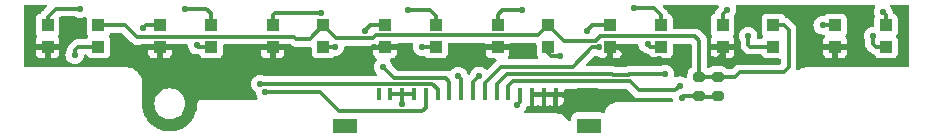
<source format=gbl>
G04 #@! TF.GenerationSoftware,KiCad,Pcbnew,7.0.1*
G04 #@! TF.CreationDate,2024-03-29T16:00:37+01:00*
G04 #@! TF.ProjectId,Qtr-8-SN,5174722d-382d-4534-9e2e-6b696361645f,rev?*
G04 #@! TF.SameCoordinates,Original*
G04 #@! TF.FileFunction,Copper,L2,Bot*
G04 #@! TF.FilePolarity,Positive*
%FSLAX46Y46*%
G04 Gerber Fmt 4.6, Leading zero omitted, Abs format (unit mm)*
G04 Created by KiCad (PCBNEW 7.0.1) date 2024-03-29 16:00:37*
%MOMM*%
%LPD*%
G01*
G04 APERTURE LIST*
G04 Aperture macros list*
%AMRoundRect*
0 Rectangle with rounded corners*
0 $1 Rounding radius*
0 $2 $3 $4 $5 $6 $7 $8 $9 X,Y pos of 4 corners*
0 Add a 4 corners polygon primitive as box body*
4,1,4,$2,$3,$4,$5,$6,$7,$8,$9,$2,$3,0*
0 Add four circle primitives for the rounded corners*
1,1,$1+$1,$2,$3*
1,1,$1+$1,$4,$5*
1,1,$1+$1,$6,$7*
1,1,$1+$1,$8,$9*
0 Add four rect primitives between the rounded corners*
20,1,$1+$1,$2,$3,$4,$5,0*
20,1,$1+$1,$4,$5,$6,$7,0*
20,1,$1+$1,$6,$7,$8,$9,0*
20,1,$1+$1,$8,$9,$2,$3,0*%
G04 Aperture macros list end*
G04 #@! TA.AperFunction,SMDPad,CuDef*
%ADD10R,1.000000X1.000000*%
G04 #@! TD*
G04 #@! TA.AperFunction,SMDPad,CuDef*
%ADD11RoundRect,0.200000X-0.275000X0.200000X-0.275000X-0.200000X0.275000X-0.200000X0.275000X0.200000X0*%
G04 #@! TD*
G04 #@! TA.AperFunction,SMDPad,CuDef*
%ADD12R,0.400000X1.000000*%
G04 #@! TD*
G04 #@! TA.AperFunction,SMDPad,CuDef*
%ADD13R,2.000000X1.300000*%
G04 #@! TD*
G04 #@! TA.AperFunction,ViaPad*
%ADD14C,0.550000*%
G04 #@! TD*
G04 #@! TA.AperFunction,Conductor*
%ADD15C,0.300000*%
G04 #@! TD*
G04 APERTURE END LIST*
D10*
X133448500Y-83110000D03*
X133448500Y-84910000D03*
X137748500Y-84910000D03*
X137748500Y-83110000D03*
X104873500Y-83110000D03*
X104873500Y-84910000D03*
X109173500Y-84910000D03*
X109173500Y-83110000D03*
X95348500Y-83110000D03*
X95348500Y-84910000D03*
X99648500Y-84910000D03*
X99648500Y-83110000D03*
X142973500Y-83110000D03*
X142973500Y-84910000D03*
X147273500Y-84910000D03*
X147273500Y-83110000D03*
D11*
X150500000Y-87460000D03*
X150500000Y-89110000D03*
D12*
X138370000Y-88930000D03*
X137370000Y-88930000D03*
X136370000Y-88930000D03*
X135370000Y-88930000D03*
X134370000Y-88930000D03*
X133370000Y-88930000D03*
X132370000Y-88930000D03*
X131370000Y-88930000D03*
X130370000Y-88930000D03*
X129370000Y-88930000D03*
X128370000Y-88930000D03*
X127370000Y-88930000D03*
X126370000Y-88930000D03*
X125370000Y-88930000D03*
X124370000Y-88930000D03*
X123370000Y-88930000D03*
D13*
X141170000Y-91630000D03*
X120570000Y-91630000D03*
D10*
X152498500Y-83110000D03*
X152498500Y-84910000D03*
X156798500Y-84910000D03*
X156798500Y-83110000D03*
X162023500Y-83110000D03*
X162023500Y-84910000D03*
X166323500Y-84910000D03*
X166323500Y-83110000D03*
X114398500Y-83110000D03*
X114398500Y-84910000D03*
X118698500Y-84910000D03*
X118698500Y-83110000D03*
X123923500Y-83110000D03*
X123923500Y-84910000D03*
X128223500Y-84910000D03*
X128223500Y-83110000D03*
D11*
X152090000Y-87450000D03*
X152090000Y-89100000D03*
D14*
X125370000Y-89765500D03*
X103415000Y-83355000D03*
X140990000Y-83600000D03*
X160970000Y-83110000D03*
X122220000Y-83570000D03*
X142000000Y-86210000D03*
X151570000Y-85950000D03*
X147120000Y-85925500D03*
X139070000Y-88960000D03*
X123020000Y-84930000D03*
X132300000Y-84940000D03*
X143020000Y-88820000D03*
X116610000Y-85160000D03*
X165230000Y-84010000D03*
X154670000Y-84000000D03*
X138750000Y-85710500D03*
X146140000Y-84660000D03*
X119650000Y-84910000D03*
X127070000Y-84910000D03*
X97635000Y-85590000D03*
X108000000Y-84790000D03*
X166070000Y-81970000D03*
X152880000Y-81790000D03*
X145010000Y-81670000D03*
X135500000Y-81820000D03*
X125874500Y-81810000D03*
X118520000Y-82040000D03*
X107000000Y-81690000D03*
X98120000Y-81700000D03*
X149040000Y-89220000D03*
X135117250Y-89837250D03*
X147630000Y-87220500D03*
X148900000Y-88210000D03*
X113755500Y-88760000D03*
X113360000Y-88080000D03*
X123730000Y-86620000D03*
X130131469Y-87378531D03*
X131895000Y-87375000D03*
X141999000Y-84979721D03*
D15*
X103660000Y-83110000D02*
X104873500Y-83110000D01*
X125370000Y-88930000D02*
X126370000Y-88930000D01*
X125370000Y-89765500D02*
X125370000Y-88930000D01*
X142973500Y-83110000D02*
X141480000Y-83110000D01*
X160970000Y-83110000D02*
X162023500Y-83110000D01*
X124370000Y-88930000D02*
X125370000Y-88930000D01*
X122680000Y-83110000D02*
X122220000Y-83570000D01*
X141480000Y-83110000D02*
X140990000Y-83600000D01*
X123923500Y-83110000D02*
X122680000Y-83110000D01*
X103415000Y-83355000D02*
X103660000Y-83110000D01*
X136370000Y-88930000D02*
X137370000Y-88930000D01*
X142973500Y-84910000D02*
X142973500Y-85156500D01*
X151570000Y-85950000D02*
X151560000Y-85940000D01*
X142050000Y-88820000D02*
X141850000Y-88620000D01*
X144650000Y-85950000D02*
X143610000Y-84910000D01*
X152498500Y-84910000D02*
X152498500Y-85501500D01*
X123020000Y-84930000D02*
X123000000Y-84910000D01*
X139920000Y-88960000D02*
X139070000Y-88960000D01*
X143610000Y-84910000D02*
X142973500Y-84910000D01*
X123923500Y-84910000D02*
X123040000Y-84910000D01*
X133448500Y-84910000D02*
X132330000Y-84910000D01*
X147095500Y-85950000D02*
X144650000Y-85950000D01*
X142000000Y-86210000D02*
X142420000Y-86210000D01*
X142420000Y-86210000D02*
X142973500Y-85656500D01*
X140260000Y-88620000D02*
X139920000Y-88960000D01*
X123040000Y-84910000D02*
X123020000Y-84930000D01*
X143020000Y-88820000D02*
X142050000Y-88820000D01*
X152060000Y-85940000D02*
X151570000Y-85950000D01*
X152200000Y-85800000D02*
X152060000Y-85940000D01*
X138370000Y-88930000D02*
X139040000Y-88930000D01*
X152498500Y-85501500D02*
X152200000Y-85800000D01*
X138370000Y-88930000D02*
X137370000Y-88930000D01*
X132300000Y-84940000D02*
X132270000Y-84910000D01*
X141850000Y-88620000D02*
X140260000Y-88620000D01*
X132330000Y-84910000D02*
X132300000Y-84940000D01*
X142973500Y-85656500D02*
X142973500Y-84910000D01*
X147120000Y-85925500D02*
X147095500Y-85950000D01*
X139040000Y-88930000D02*
X139070000Y-88960000D01*
X165230000Y-84690000D02*
X165450000Y-84910000D01*
X165450000Y-84910000D02*
X166323500Y-84910000D01*
X165230000Y-84010000D02*
X165230000Y-84690000D01*
X154840000Y-84910000D02*
X156798500Y-84910000D01*
X154670000Y-84000000D02*
X154670000Y-84740000D01*
X154670000Y-84740000D02*
X154840000Y-84910000D01*
X137748500Y-85478500D02*
X137748500Y-84910000D01*
X137980500Y-85710500D02*
X137748500Y-85478500D01*
X138750000Y-85710500D02*
X137980500Y-85710500D01*
X146140000Y-84660000D02*
X146390000Y-84910000D01*
X146390000Y-84910000D02*
X147273500Y-84910000D01*
X119650000Y-84910000D02*
X118698500Y-84910000D01*
X128223500Y-84910000D02*
X127070000Y-84910000D01*
X97635000Y-85590000D02*
X97635000Y-85225000D01*
X97950000Y-84910000D02*
X99648500Y-84910000D01*
X97635000Y-85225000D02*
X97950000Y-84910000D01*
X108120000Y-84910000D02*
X109173500Y-84910000D01*
X108000000Y-84790000D02*
X108120000Y-84910000D01*
X166070000Y-81970000D02*
X166323500Y-82223500D01*
X166323500Y-82223500D02*
X166323500Y-83110000D01*
X152498500Y-82171500D02*
X152498500Y-83110000D01*
X152880000Y-81790000D02*
X152498500Y-82171500D01*
X136898500Y-83960000D02*
X137748500Y-83110000D01*
X156798500Y-83110000D02*
X157730000Y-83110000D01*
X103020000Y-84060000D02*
X116190000Y-84060000D01*
X122938500Y-84195000D02*
X123173500Y-83960000D01*
X139028500Y-84390000D02*
X141793500Y-84390000D01*
X158080000Y-83460000D02*
X158080000Y-86650000D01*
X150540000Y-84410000D02*
X150540000Y-87490000D01*
X137748500Y-83110000D02*
X139028500Y-84390000D01*
X99648500Y-83110000D02*
X101930000Y-83110000D01*
X157730000Y-83110000D02*
X158080000Y-83460000D01*
X153990000Y-87070000D02*
X153570000Y-87490000D01*
X101930000Y-83110000D02*
X102950000Y-84130000D01*
X142148500Y-84035000D02*
X150165000Y-84035000D01*
X158080000Y-86650000D02*
X157660000Y-87070000D01*
X157660000Y-87070000D02*
X153990000Y-87070000D01*
X123173500Y-83960000D02*
X136898500Y-83960000D01*
X119783500Y-84195000D02*
X122938500Y-84195000D01*
X118698500Y-83110000D02*
X119783500Y-84195000D01*
X116400000Y-84270000D02*
X117538500Y-84270000D01*
X141793500Y-84390000D02*
X142148500Y-84035000D01*
X117538500Y-84270000D02*
X118698500Y-83110000D01*
X153570000Y-87490000D02*
X152100000Y-87490000D01*
X150540000Y-87490000D02*
X152100000Y-87490000D01*
X102950000Y-84130000D02*
X103020000Y-84060000D01*
X116190000Y-84060000D02*
X116400000Y-84270000D01*
X150165000Y-84035000D02*
X150540000Y-84410000D01*
X145010000Y-81670000D02*
X146680000Y-81670000D01*
X146680000Y-81670000D02*
X147273500Y-82263500D01*
X147273500Y-82263500D02*
X147273500Y-83110000D01*
X133448500Y-83110000D02*
X133448500Y-82221500D01*
X133448500Y-82221500D02*
X133850000Y-81820000D01*
X133850000Y-81820000D02*
X135500000Y-81820000D01*
X127720000Y-81810000D02*
X128223500Y-82313500D01*
X125874500Y-81810000D02*
X127720000Y-81810000D01*
X128223500Y-82313500D02*
X128223500Y-83110000D01*
X114580000Y-82040000D02*
X114398500Y-82221500D01*
X114398500Y-82221500D02*
X114398500Y-83110000D01*
X118520000Y-82040000D02*
X114580000Y-82040000D01*
X107000000Y-81690000D02*
X107020000Y-81710000D01*
X109173500Y-82093500D02*
X109173500Y-83110000D01*
X107020000Y-81710000D02*
X108790000Y-81710000D01*
X108790000Y-81710000D02*
X109173500Y-82093500D01*
X95348500Y-82381500D02*
X95348500Y-83110000D01*
X96030000Y-81700000D02*
X95348500Y-82381500D01*
X98120000Y-81700000D02*
X96030000Y-81700000D01*
X149040000Y-89220000D02*
X149140000Y-89120000D01*
X150540000Y-89140000D02*
X152100000Y-89140000D01*
X149140000Y-89120000D02*
X150520000Y-89120000D01*
X135370000Y-89584500D02*
X135370000Y-88930000D01*
X135117250Y-89837250D02*
X135370000Y-89584500D01*
X133370000Y-88100000D02*
X133370000Y-88930000D01*
X144547107Y-87274000D02*
X143226893Y-87274000D01*
X147630000Y-87220500D02*
X144600607Y-87220500D01*
X143226893Y-87274000D02*
X143172893Y-87220000D01*
X134250000Y-87220000D02*
X133370000Y-88100000D01*
X143172893Y-87220000D02*
X134250000Y-87220000D01*
X144600607Y-87220500D02*
X144547107Y-87274000D01*
X134725000Y-87845000D02*
X134370000Y-88200000D01*
X134370000Y-88200000D02*
X134370000Y-88930000D01*
X144625000Y-87845000D02*
X134725000Y-87845000D01*
X148900000Y-88210000D02*
X148500000Y-88610000D01*
X148500000Y-88610000D02*
X145390000Y-88610000D01*
X145390000Y-88610000D02*
X144625000Y-87845000D01*
X127370000Y-90100000D02*
X127370000Y-88930000D01*
X118370000Y-88760000D02*
X120000000Y-90390000D01*
X120000000Y-90390000D02*
X127080000Y-90390000D01*
X127080000Y-90390000D02*
X127370000Y-90100000D01*
X113755500Y-88760000D02*
X118370000Y-88760000D01*
X127920000Y-88080000D02*
X128370000Y-88530000D01*
X113360000Y-88080000D02*
X127920000Y-88080000D01*
X128370000Y-88530000D02*
X128370000Y-88930000D01*
X129050000Y-87580000D02*
X129370000Y-87900000D01*
X124690000Y-87580000D02*
X129050000Y-87580000D01*
X123730000Y-86620000D02*
X124690000Y-87580000D01*
X129370000Y-87900000D02*
X129370000Y-88930000D01*
X130370000Y-87617062D02*
X130370000Y-88930000D01*
X130131469Y-87378531D02*
X130370000Y-87617062D01*
X131895000Y-87375000D02*
X131370000Y-87900000D01*
X131370000Y-87900000D02*
X131370000Y-88930000D01*
X133770000Y-86600000D02*
X132370000Y-88000000D01*
X139820000Y-86600000D02*
X133770000Y-86600000D01*
X141440279Y-84979721D02*
X139820000Y-86600000D01*
X132370000Y-88000000D02*
X132370000Y-88930000D01*
X141999000Y-84979721D02*
X141440279Y-84979721D01*
G04 #@! TA.AperFunction,Conductor*
G36*
X95216487Y-81364015D02*
G01*
X95260510Y-81401615D01*
X95282665Y-81455102D01*
X95278123Y-81512818D01*
X95247875Y-81562178D01*
X95020054Y-81789999D01*
X94948985Y-81861068D01*
X94932332Y-81874409D01*
X94882633Y-81927333D01*
X94879927Y-81930126D01*
X94859583Y-81950471D01*
X94856876Y-81953960D01*
X94849307Y-81962821D01*
X94818051Y-81996107D01*
X94807822Y-82014712D01*
X94797145Y-82030966D01*
X94790139Y-82040000D01*
X94784136Y-82047739D01*
X94778234Y-82061377D01*
X94749832Y-82102035D01*
X94707768Y-82128310D01*
X94606169Y-82166204D01*
X94490954Y-82252454D01*
X94404704Y-82367668D01*
X94354409Y-82502515D01*
X94354409Y-82502517D01*
X94348375Y-82558645D01*
X94348000Y-82562130D01*
X94348000Y-83657869D01*
X94354409Y-83717484D01*
X94395011Y-83826343D01*
X94404704Y-83852331D01*
X94467418Y-83936106D01*
X94489317Y-83984057D01*
X94489317Y-84036774D01*
X94467418Y-84084726D01*
X94405148Y-84167908D01*
X94354902Y-84302624D01*
X94348500Y-84362176D01*
X94348500Y-84660000D01*
X96348500Y-84660000D01*
X96348500Y-84362176D01*
X96342097Y-84302624D01*
X96291852Y-84167911D01*
X96229581Y-84084727D01*
X96207682Y-84036774D01*
X96207682Y-83984057D01*
X96229579Y-83936109D01*
X96292296Y-83852331D01*
X96342591Y-83717483D01*
X96349000Y-83657873D01*
X96348999Y-82562128D01*
X96342591Y-82502517D01*
X96342591Y-82502516D01*
X96341004Y-82487753D01*
X96352758Y-82420318D01*
X96398501Y-82369394D01*
X96464294Y-82350500D01*
X97661922Y-82350500D01*
X97727893Y-82369506D01*
X97781393Y-82403122D01*
X97946342Y-82460841D01*
X98120000Y-82480407D01*
X98293657Y-82460841D01*
X98458606Y-82403122D01*
X98463445Y-82400081D01*
X98529257Y-82381073D01*
X98595121Y-82399910D01*
X98640932Y-82450843D01*
X98652709Y-82518327D01*
X98652194Y-82523122D01*
X98648375Y-82558645D01*
X98648000Y-82562129D01*
X98648000Y-83657869D01*
X98654409Y-83717484D01*
X98679556Y-83784906D01*
X98704704Y-83852331D01*
X98767106Y-83935689D01*
X98789005Y-83983642D01*
X98789005Y-84036358D01*
X98767106Y-84084310D01*
X98747502Y-84110499D01*
X98704703Y-84167671D01*
X98700539Y-84178835D01*
X98674100Y-84221071D01*
X98633170Y-84249488D01*
X98584358Y-84259500D01*
X98035504Y-84259500D01*
X98014294Y-84257158D01*
X97941737Y-84259439D01*
X97937842Y-84259500D01*
X97909071Y-84259500D01*
X97904690Y-84260053D01*
X97893059Y-84260968D01*
X97847430Y-84262402D01*
X97827051Y-84268323D01*
X97808007Y-84272267D01*
X97793639Y-84274082D01*
X97786941Y-84274929D01*
X97744490Y-84291736D01*
X97733443Y-84295518D01*
X97689598Y-84308256D01*
X97671330Y-84319060D01*
X97653864Y-84327617D01*
X97634129Y-84335431D01*
X97597202Y-84362260D01*
X97587442Y-84368671D01*
X97548136Y-84391917D01*
X97533125Y-84406928D01*
X97518336Y-84419558D01*
X97501164Y-84432034D01*
X97472057Y-84467218D01*
X97464196Y-84475856D01*
X97235484Y-84704568D01*
X97218831Y-84717910D01*
X97169133Y-84770833D01*
X97166427Y-84773626D01*
X97146083Y-84793971D01*
X97143376Y-84797460D01*
X97135807Y-84806321D01*
X97104551Y-84839607D01*
X97094322Y-84858212D01*
X97083645Y-84874467D01*
X97070636Y-84891238D01*
X97052506Y-84933132D01*
X97047370Y-84943616D01*
X97025372Y-84983632D01*
X97020091Y-85004199D01*
X97013791Y-85022600D01*
X97005364Y-85042074D01*
X96998223Y-85087161D01*
X96995855Y-85098593D01*
X96984746Y-85141867D01*
X96980605Y-85157995D01*
X96977237Y-85157130D01*
X96965494Y-85197893D01*
X96931877Y-85251393D01*
X96874158Y-85416342D01*
X96854592Y-85589999D01*
X96874158Y-85763657D01*
X96931877Y-85928606D01*
X97024852Y-86076576D01*
X97148423Y-86200147D01*
X97296393Y-86293122D01*
X97461342Y-86350841D01*
X97635000Y-86370407D01*
X97808657Y-86350841D01*
X97973606Y-86293122D01*
X98121576Y-86200147D01*
X98245147Y-86076576D01*
X98338122Y-85928606D01*
X98395841Y-85763657D01*
X98404946Y-85682843D01*
X98406324Y-85670617D01*
X98427090Y-85614649D01*
X98471603Y-85574870D01*
X98529544Y-85560500D01*
X98584358Y-85560500D01*
X98633170Y-85570512D01*
X98674100Y-85598929D01*
X98700539Y-85641165D01*
X98704704Y-85652331D01*
X98790954Y-85767546D01*
X98906169Y-85853796D01*
X99041017Y-85904091D01*
X99100627Y-85910500D01*
X100196372Y-85910499D01*
X100255983Y-85904091D01*
X100390831Y-85853796D01*
X100506046Y-85767546D01*
X100592296Y-85652331D01*
X100642591Y-85517483D01*
X100649000Y-85457873D01*
X100649000Y-85160000D01*
X103873500Y-85160000D01*
X103873500Y-85457824D01*
X103879902Y-85517375D01*
X103930147Y-85652089D01*
X104016311Y-85767188D01*
X104131410Y-85853352D01*
X104266124Y-85903597D01*
X104325676Y-85910000D01*
X104623500Y-85910000D01*
X104623500Y-85160000D01*
X105123500Y-85160000D01*
X105123500Y-85910000D01*
X105421324Y-85910000D01*
X105480875Y-85903597D01*
X105615589Y-85853352D01*
X105730688Y-85767188D01*
X105816852Y-85652089D01*
X105867097Y-85517375D01*
X105873500Y-85457824D01*
X105873500Y-85160000D01*
X105123500Y-85160000D01*
X104623500Y-85160000D01*
X103873500Y-85160000D01*
X100649000Y-85160000D01*
X100648999Y-84362128D01*
X100642591Y-84302517D01*
X100592296Y-84167669D01*
X100529892Y-84084308D01*
X100507994Y-84036357D01*
X100507994Y-83983640D01*
X100529891Y-83935692D01*
X100592296Y-83852331D01*
X100596461Y-83841165D01*
X100622900Y-83798929D01*
X100663830Y-83770512D01*
X100712642Y-83760500D01*
X101609192Y-83760500D01*
X101656645Y-83769939D01*
X101696873Y-83796819D01*
X102438256Y-84538201D01*
X102453131Y-84556181D01*
X102458172Y-84563599D01*
X102501569Y-84601859D01*
X102507232Y-84607177D01*
X102518966Y-84618911D01*
X102532076Y-84629080D01*
X102538071Y-84634040D01*
X102581459Y-84672292D01*
X102589446Y-84676361D01*
X102609154Y-84688869D01*
X102612123Y-84691172D01*
X102616237Y-84694363D01*
X102669346Y-84717344D01*
X102676349Y-84720640D01*
X102712965Y-84739298D01*
X102727900Y-84746908D01*
X102736642Y-84748862D01*
X102758852Y-84756078D01*
X102764847Y-84758672D01*
X102767074Y-84759636D01*
X102824216Y-84768685D01*
X102831854Y-84770143D01*
X102888296Y-84782760D01*
X102897256Y-84782478D01*
X102920546Y-84783943D01*
X102929405Y-84785347D01*
X102987018Y-84779900D01*
X102994757Y-84779413D01*
X103052569Y-84777597D01*
X103061183Y-84775094D01*
X103084092Y-84770723D01*
X103093029Y-84769879D01*
X103147462Y-84750281D01*
X103154854Y-84747879D01*
X103210398Y-84731744D01*
X103217121Y-84727767D01*
X103280242Y-84710500D01*
X107099822Y-84710500D01*
X107157763Y-84724870D01*
X107202276Y-84764648D01*
X107223042Y-84820616D01*
X107239158Y-84963657D01*
X107296877Y-85128606D01*
X107389852Y-85276576D01*
X107513423Y-85400147D01*
X107661393Y-85493122D01*
X107826342Y-85550841D01*
X107999997Y-85570407D01*
X107999998Y-85570406D01*
X108000000Y-85570407D01*
X108060065Y-85563639D01*
X108093343Y-85564386D01*
X108099405Y-85565347D01*
X108099408Y-85565346D01*
X108100117Y-85565459D01*
X108152521Y-85571978D01*
X108197973Y-85600458D01*
X108227144Y-85645470D01*
X108229701Y-85652327D01*
X108229704Y-85652331D01*
X108315954Y-85767546D01*
X108431169Y-85853796D01*
X108566017Y-85904091D01*
X108625627Y-85910500D01*
X109721372Y-85910499D01*
X109780983Y-85904091D01*
X109915831Y-85853796D01*
X110031046Y-85767546D01*
X110117296Y-85652331D01*
X110167591Y-85517483D01*
X110174000Y-85457873D01*
X110174000Y-85160000D01*
X113398500Y-85160000D01*
X113398500Y-85457824D01*
X113404902Y-85517375D01*
X113455147Y-85652089D01*
X113541311Y-85767188D01*
X113656410Y-85853352D01*
X113791124Y-85903597D01*
X113850676Y-85910000D01*
X114148500Y-85910000D01*
X114148500Y-85160000D01*
X114648500Y-85160000D01*
X114648500Y-85910000D01*
X114946324Y-85910000D01*
X115005875Y-85903597D01*
X115140589Y-85853352D01*
X115255688Y-85767188D01*
X115341852Y-85652089D01*
X115392097Y-85517375D01*
X115398500Y-85457824D01*
X115398500Y-85160000D01*
X114648500Y-85160000D01*
X114148500Y-85160000D01*
X113398500Y-85160000D01*
X110174000Y-85160000D01*
X110173999Y-84834499D01*
X110190612Y-84772500D01*
X110235999Y-84727113D01*
X110297999Y-84710500D01*
X115869192Y-84710500D01*
X115916646Y-84719940D01*
X115956872Y-84746818D01*
X115968965Y-84758911D01*
X115968969Y-84758914D01*
X115968971Y-84758916D01*
X115972448Y-84761614D01*
X115981326Y-84769196D01*
X116009462Y-84795617D01*
X116014607Y-84800448D01*
X116033198Y-84810668D01*
X116049462Y-84821351D01*
X116066235Y-84834362D01*
X116066236Y-84834362D01*
X116066237Y-84834363D01*
X116085018Y-84842490D01*
X116108138Y-84852495D01*
X116118626Y-84857633D01*
X116158632Y-84879627D01*
X116179197Y-84884906D01*
X116197593Y-84891205D01*
X116217074Y-84899636D01*
X116262178Y-84906779D01*
X116273597Y-84909144D01*
X116317823Y-84920500D01*
X116339045Y-84920500D01*
X116358443Y-84922026D01*
X116379405Y-84925347D01*
X116421319Y-84921384D01*
X116424861Y-84921050D01*
X116436530Y-84920500D01*
X117452995Y-84920500D01*
X117474204Y-84922841D01*
X117476794Y-84922759D01*
X117476796Y-84922760D01*
X117546762Y-84920560D01*
X117550657Y-84920500D01*
X117574000Y-84920500D01*
X117636000Y-84937113D01*
X117681387Y-84982500D01*
X117698000Y-85044500D01*
X117698000Y-85457869D01*
X117704409Y-85517484D01*
X117724734Y-85571978D01*
X117754704Y-85652331D01*
X117840954Y-85767546D01*
X117956169Y-85853796D01*
X118091017Y-85904091D01*
X118150627Y-85910500D01*
X119246372Y-85910499D01*
X119305983Y-85904091D01*
X119440831Y-85853796D01*
X119556046Y-85767546D01*
X119578337Y-85737768D01*
X119615966Y-85704484D01*
X119663716Y-85688861D01*
X119823657Y-85670841D01*
X119988606Y-85613122D01*
X120136576Y-85520147D01*
X120260147Y-85396576D01*
X120353122Y-85248606D01*
X120410841Y-85083657D01*
X120415253Y-85044500D01*
X120425268Y-84955616D01*
X120446034Y-84899648D01*
X120490547Y-84859870D01*
X120548488Y-84845500D01*
X122852995Y-84845500D01*
X122874204Y-84847841D01*
X122876794Y-84847759D01*
X122876796Y-84847760D01*
X122946762Y-84845560D01*
X122950657Y-84845500D01*
X122979420Y-84845500D01*
X122979425Y-84845500D01*
X122983802Y-84844946D01*
X122995441Y-84844030D01*
X123041069Y-84842597D01*
X123061449Y-84836675D01*
X123080489Y-84832732D01*
X123101558Y-84830071D01*
X123144020Y-84813258D01*
X123155057Y-84809480D01*
X123198898Y-84796744D01*
X123217170Y-84785936D01*
X123234636Y-84777380D01*
X123254371Y-84769568D01*
X123291316Y-84742725D01*
X123301048Y-84736332D01*
X123340365Y-84713081D01*
X123355374Y-84698071D01*
X123370183Y-84685425D01*
X123372613Y-84683659D01*
X123407167Y-84666064D01*
X123445468Y-84660000D01*
X124923500Y-84660000D01*
X124936681Y-84646819D01*
X124976909Y-84619939D01*
X125024362Y-84610500D01*
X126184582Y-84610500D01*
X126250554Y-84629506D01*
X126296302Y-84680698D01*
X126307802Y-84748384D01*
X126289592Y-84909999D01*
X126309158Y-85083657D01*
X126366877Y-85248606D01*
X126459852Y-85396576D01*
X126583423Y-85520147D01*
X126731393Y-85613122D01*
X126896342Y-85670841D01*
X127069999Y-85690407D01*
X127069999Y-85690406D01*
X127070000Y-85690407D01*
X127219096Y-85673608D01*
X127282179Y-85683006D01*
X127332246Y-85722518D01*
X127365952Y-85767544D01*
X127365953Y-85767544D01*
X127365954Y-85767546D01*
X127481169Y-85853796D01*
X127616017Y-85904091D01*
X127675627Y-85910500D01*
X128771372Y-85910499D01*
X128830983Y-85904091D01*
X128965831Y-85853796D01*
X129081046Y-85767546D01*
X129167296Y-85652331D01*
X129217591Y-85517483D01*
X129224000Y-85457873D01*
X129223999Y-84734499D01*
X129240612Y-84672500D01*
X129285999Y-84627113D01*
X129347999Y-84610500D01*
X132347638Y-84610500D01*
X132395091Y-84619939D01*
X132435319Y-84646819D01*
X132448500Y-84660000D01*
X134448500Y-84660000D01*
X134461681Y-84646819D01*
X134501909Y-84619939D01*
X134549362Y-84610500D01*
X136624000Y-84610500D01*
X136686000Y-84627113D01*
X136731387Y-84672500D01*
X136748000Y-84734500D01*
X136748000Y-85457869D01*
X136754409Y-85517484D01*
X136774734Y-85571978D01*
X136804704Y-85652331D01*
X136857246Y-85722518D01*
X136878709Y-85751189D01*
X136902948Y-85814448D01*
X136890326Y-85881004D01*
X136844609Y-85930995D01*
X136779442Y-85949500D01*
X134416933Y-85949500D01*
X134351766Y-85930995D01*
X134306049Y-85881004D01*
X134293427Y-85814447D01*
X134317666Y-85751189D01*
X134391852Y-85652088D01*
X134442097Y-85517375D01*
X134448500Y-85457824D01*
X134448500Y-85160000D01*
X132448500Y-85160000D01*
X132448500Y-85457824D01*
X132454902Y-85517375D01*
X132505147Y-85652089D01*
X132591311Y-85767188D01*
X132706410Y-85853352D01*
X132841124Y-85903597D01*
X132900676Y-85910000D01*
X133233062Y-85910000D01*
X133299505Y-85929304D01*
X133345261Y-85981205D01*
X133356084Y-86049544D01*
X133328603Y-86113043D01*
X133292056Y-86157218D01*
X133284196Y-86165856D01*
X132621069Y-86828983D01*
X132565482Y-86861077D01*
X132501294Y-86861077D01*
X132445707Y-86828983D01*
X132381576Y-86764852D01*
X132233606Y-86671877D01*
X132068657Y-86614158D01*
X131895000Y-86594592D01*
X131721342Y-86614158D01*
X131556393Y-86671877D01*
X131408423Y-86764852D01*
X131284852Y-86888423D01*
X131191878Y-87036392D01*
X131135673Y-87197014D01*
X131106313Y-87243739D01*
X131097400Y-87252652D01*
X131044047Y-87284125D01*
X130982127Y-87285862D01*
X130927092Y-87257431D01*
X130892678Y-87205926D01*
X130834591Y-87039924D01*
X130741616Y-86891954D01*
X130618045Y-86768383D01*
X130470075Y-86675408D01*
X130305126Y-86617689D01*
X130131469Y-86598123D01*
X129957811Y-86617689D01*
X129792862Y-86675408D01*
X129644892Y-86768383D01*
X129521321Y-86891954D01*
X129487889Y-86945161D01*
X129442958Y-86987671D01*
X129383081Y-87003188D01*
X129323159Y-86987850D01*
X129291367Y-86970372D01*
X129270800Y-86965091D01*
X129252398Y-86958791D01*
X129251970Y-86958606D01*
X129232926Y-86950365D01*
X129232924Y-86950364D01*
X129187837Y-86943223D01*
X129176398Y-86940854D01*
X129132178Y-86929500D01*
X129132177Y-86929500D01*
X129110955Y-86929500D01*
X129091556Y-86927973D01*
X129070596Y-86924653D01*
X129070595Y-86924653D01*
X129048558Y-86926736D01*
X129025139Y-86928950D01*
X129013470Y-86929500D01*
X125010808Y-86929500D01*
X124963355Y-86920061D01*
X124923127Y-86893181D01*
X124518687Y-86488741D01*
X124489327Y-86442015D01*
X124433122Y-86281393D01*
X124340147Y-86133423D01*
X124328405Y-86121681D01*
X124298155Y-86072318D01*
X124293613Y-86014602D01*
X124315768Y-85961115D01*
X124359791Y-85923515D01*
X124416086Y-85910000D01*
X124471324Y-85910000D01*
X124530875Y-85903597D01*
X124665589Y-85853352D01*
X124780688Y-85767188D01*
X124866852Y-85652089D01*
X124917097Y-85517375D01*
X124923500Y-85457824D01*
X124923500Y-85160000D01*
X122923500Y-85160000D01*
X122923500Y-85457824D01*
X122929902Y-85517375D01*
X122980147Y-85652089D01*
X123066310Y-85767188D01*
X123191816Y-85861141D01*
X123233687Y-85917074D01*
X123238671Y-85986766D01*
X123205187Y-86048089D01*
X123119850Y-86133425D01*
X123026877Y-86281393D01*
X122969158Y-86446342D01*
X122949592Y-86620000D01*
X122969158Y-86793657D01*
X123026877Y-86958606D01*
X123119852Y-87106576D01*
X123231095Y-87217819D01*
X123261345Y-87267182D01*
X123265887Y-87324898D01*
X123243732Y-87378385D01*
X123199709Y-87415985D01*
X123143414Y-87429500D01*
X113818078Y-87429500D01*
X113752107Y-87410494D01*
X113698606Y-87376877D01*
X113533657Y-87319158D01*
X113360000Y-87299592D01*
X113186342Y-87319158D01*
X113021393Y-87376877D01*
X112873423Y-87469852D01*
X112749852Y-87593423D01*
X112656877Y-87741393D01*
X112599158Y-87906342D01*
X112579592Y-88080000D01*
X112599158Y-88253657D01*
X112656877Y-88418606D01*
X112749852Y-88566576D01*
X112873421Y-88690145D01*
X112923806Y-88721804D01*
X112962828Y-88760826D01*
X112981054Y-88812914D01*
X112994658Y-88933656D01*
X113052377Y-89098606D01*
X113115791Y-89199529D01*
X113134748Y-89262023D01*
X113119325Y-89325481D01*
X113073798Y-89372303D01*
X113010797Y-89389500D01*
X108324483Y-89389500D01*
X108305316Y-89395727D01*
X108287414Y-89400103D01*
X108264620Y-89403906D01*
X108251240Y-89411148D01*
X108230546Y-89420022D01*
X108218891Y-89423809D01*
X108199401Y-89437969D01*
X108185540Y-89446702D01*
X108161743Y-89459580D01*
X108154113Y-89467869D01*
X108135778Y-89484195D01*
X108129069Y-89489069D01*
X108112596Y-89511742D01*
X108103512Y-89522834D01*
X108082516Y-89545642D01*
X108079582Y-89552331D01*
X108066354Y-89575389D01*
X108063809Y-89578892D01*
X108053930Y-89609296D01*
X108049555Y-89620786D01*
X108035526Y-89652767D01*
X108035252Y-89656082D01*
X108029609Y-89684149D01*
X108029500Y-89684485D01*
X108029500Y-89720376D01*
X108029077Y-89730613D01*
X108026258Y-89764644D01*
X108024871Y-89781379D01*
X108026078Y-89794381D01*
X108011542Y-90025425D01*
X108009591Y-90040874D01*
X107957461Y-90314149D01*
X107953588Y-90329232D01*
X107867624Y-90593802D01*
X107861892Y-90608281D01*
X107743438Y-90860008D01*
X107735936Y-90873654D01*
X107586877Y-91108533D01*
X107577724Y-91121130D01*
X107400392Y-91335489D01*
X107389732Y-91346841D01*
X107186938Y-91537277D01*
X107174939Y-91547203D01*
X106949881Y-91710717D01*
X106936733Y-91719061D01*
X106692942Y-91853086D01*
X106678853Y-91859716D01*
X106420199Y-91962125D01*
X106405388Y-91966937D01*
X106135936Y-92036120D01*
X106120641Y-92039038D01*
X105912589Y-92065321D01*
X105844638Y-92073906D01*
X105829099Y-92074884D01*
X105550901Y-92074884D01*
X105535361Y-92073906D01*
X105453087Y-92063512D01*
X105259358Y-92039038D01*
X105244063Y-92036120D01*
X104974611Y-91966937D01*
X104959806Y-91962127D01*
X104769514Y-91886785D01*
X104701146Y-91859716D01*
X104687057Y-91853086D01*
X104443266Y-91719061D01*
X104430118Y-91710717D01*
X104410509Y-91696470D01*
X104205056Y-91547200D01*
X104193065Y-91537280D01*
X103990261Y-91346835D01*
X103979607Y-91335489D01*
X103802275Y-91121130D01*
X103793122Y-91108533D01*
X103749947Y-91040500D01*
X103644058Y-90873644D01*
X103636561Y-90860008D01*
X103630762Y-90847684D01*
X103518105Y-90608276D01*
X103512375Y-90593802D01*
X103426408Y-90329223D01*
X103422540Y-90314157D01*
X103370406Y-90040863D01*
X103368458Y-90025436D01*
X103350745Y-89743894D01*
X103350622Y-89740000D01*
X104384531Y-89740000D01*
X104404364Y-89966689D01*
X104463261Y-90186497D01*
X104559432Y-90392735D01*
X104689953Y-90579140D01*
X104850859Y-90740046D01*
X105037264Y-90870567D01*
X105037265Y-90870567D01*
X105037266Y-90870568D01*
X105243504Y-90966739D01*
X105463308Y-91025635D01*
X105548262Y-91033067D01*
X105633214Y-91040500D01*
X105633216Y-91040500D01*
X105746784Y-91040500D01*
X105746786Y-91040500D01*
X105814747Y-91034553D01*
X105916692Y-91025635D01*
X106136496Y-90966739D01*
X106342734Y-90870568D01*
X106529139Y-90740047D01*
X106690047Y-90579139D01*
X106820568Y-90392734D01*
X106916739Y-90186496D01*
X106975635Y-89966692D01*
X106995468Y-89740000D01*
X106975635Y-89513308D01*
X106916739Y-89293504D01*
X106820568Y-89087266D01*
X106812584Y-89075864D01*
X106690046Y-88900859D01*
X106529140Y-88739953D01*
X106342735Y-88609432D01*
X106136497Y-88513261D01*
X105916689Y-88454364D01*
X105746786Y-88439500D01*
X105746784Y-88439500D01*
X105633216Y-88439500D01*
X105633214Y-88439500D01*
X105463310Y-88454364D01*
X105243502Y-88513261D01*
X105037264Y-88609432D01*
X104850859Y-88739953D01*
X104689953Y-88900859D01*
X104559432Y-89087264D01*
X104463261Y-89293502D01*
X104404364Y-89513310D01*
X104384531Y-89740000D01*
X103350622Y-89740000D01*
X103350500Y-89736108D01*
X103350500Y-87893711D01*
X103317247Y-87683760D01*
X103304512Y-87644567D01*
X103251557Y-87481588D01*
X103155051Y-87292184D01*
X103030104Y-87120208D01*
X102879792Y-86969896D01*
X102873178Y-86965091D01*
X102707819Y-86844951D01*
X102707818Y-86844950D01*
X102707816Y-86844949D01*
X102518412Y-86748443D01*
X102517301Y-86748082D01*
X102316239Y-86682752D01*
X102106289Y-86649500D01*
X102106287Y-86649500D01*
X102058488Y-86649500D01*
X93512211Y-86649500D01*
X93488022Y-86647117D01*
X93466979Y-86642931D01*
X93422280Y-86624415D01*
X93414793Y-86619412D01*
X93380587Y-86585206D01*
X93375584Y-86577719D01*
X93357067Y-86533018D01*
X93352881Y-86511972D01*
X93350500Y-86487789D01*
X93350500Y-85160000D01*
X94348500Y-85160000D01*
X94348500Y-85457824D01*
X94354902Y-85517375D01*
X94405147Y-85652089D01*
X94491311Y-85767188D01*
X94606410Y-85853352D01*
X94741124Y-85903597D01*
X94800676Y-85910000D01*
X95098500Y-85910000D01*
X95098500Y-85160000D01*
X95598500Y-85160000D01*
X95598500Y-85910000D01*
X95896324Y-85910000D01*
X95955875Y-85903597D01*
X96090589Y-85853352D01*
X96205688Y-85767188D01*
X96291852Y-85652089D01*
X96342097Y-85517375D01*
X96348500Y-85457824D01*
X96348500Y-85160000D01*
X95598500Y-85160000D01*
X95098500Y-85160000D01*
X94348500Y-85160000D01*
X93350500Y-85160000D01*
X93350500Y-81512211D01*
X93352882Y-81488023D01*
X93357068Y-81466980D01*
X93375584Y-81422280D01*
X93380587Y-81414793D01*
X93414793Y-81380587D01*
X93422280Y-81375584D01*
X93466981Y-81357067D01*
X93488026Y-81352881D01*
X93512211Y-81350500D01*
X93555514Y-81350500D01*
X95160192Y-81350500D01*
X95216487Y-81364015D01*
G37*
G04 #@! TD.AperFunction*
G04 #@! TA.AperFunction,Conductor*
G36*
X144351645Y-88504939D02*
G01*
X144391873Y-88531819D01*
X144869564Y-89009510D01*
X144882912Y-89026169D01*
X144935831Y-89075864D01*
X144938628Y-89078575D01*
X144958961Y-89098908D01*
X144962442Y-89101608D01*
X144971325Y-89109194D01*
X145004607Y-89140448D01*
X145015251Y-89146299D01*
X145023204Y-89150672D01*
X145039464Y-89161352D01*
X145056236Y-89174362D01*
X145098140Y-89192495D01*
X145108620Y-89197629D01*
X145148632Y-89219627D01*
X145169195Y-89224906D01*
X145187598Y-89231207D01*
X145207073Y-89239635D01*
X145252175Y-89246778D01*
X145263570Y-89249137D01*
X145307823Y-89260500D01*
X145329051Y-89260500D01*
X145348449Y-89262026D01*
X145369405Y-89265346D01*
X145414851Y-89261050D01*
X145426521Y-89260500D01*
X148153343Y-89260500D01*
X148211285Y-89274870D01*
X148255797Y-89314649D01*
X148276563Y-89370618D01*
X148278690Y-89389500D01*
X148279159Y-89393657D01*
X148282969Y-89404546D01*
X148288711Y-89462832D01*
X148267058Y-89517254D01*
X148222842Y-89555667D01*
X148165928Y-89569500D01*
X143790278Y-89569500D01*
X143683967Y-89569209D01*
X143683963Y-89569209D01*
X143472435Y-89602150D01*
X143268676Y-89667836D01*
X143077732Y-89764644D01*
X142904316Y-89890182D01*
X142752722Y-90041340D01*
X142626687Y-90214396D01*
X142529332Y-90405061D01*
X142518636Y-90437918D01*
X142482339Y-90492888D01*
X142423011Y-90521512D01*
X142357394Y-90515713D01*
X142277485Y-90485909D01*
X142257613Y-90483772D01*
X142217873Y-90479500D01*
X142217869Y-90479500D01*
X140122130Y-90479500D01*
X140062515Y-90485909D01*
X139927669Y-90536204D01*
X139812454Y-90622454D01*
X139726204Y-90737668D01*
X139675909Y-90872516D01*
X139669500Y-90932131D01*
X139669500Y-91109479D01*
X139654162Y-91169217D01*
X139611942Y-91214176D01*
X139553286Y-91233234D01*
X139492703Y-91221677D01*
X139445182Y-91182364D01*
X139320104Y-91010208D01*
X139169791Y-90859895D01*
X138997819Y-90734951D01*
X138997818Y-90734950D01*
X138997816Y-90734949D01*
X138808412Y-90638443D01*
X138808411Y-90638442D01*
X138606239Y-90572752D01*
X138396289Y-90539500D01*
X138396287Y-90539500D01*
X138348488Y-90539500D01*
X135811086Y-90539500D01*
X135754791Y-90525985D01*
X135710768Y-90488385D01*
X135688613Y-90434898D01*
X135693155Y-90377182D01*
X135723405Y-90327819D01*
X135727397Y-90323826D01*
X135760804Y-90270658D01*
X135820372Y-90175856D01*
X135878091Y-90010907D01*
X135878091Y-90010900D01*
X135879013Y-90008268D01*
X135893692Y-89984073D01*
X135892894Y-89983634D01*
X135897542Y-89975177D01*
X135902155Y-89970125D01*
X135905673Y-89964328D01*
X135911181Y-89958464D01*
X135912055Y-89959285D01*
X135936896Y-89932085D01*
X135991602Y-89911766D01*
X136049544Y-89918720D01*
X136062621Y-89923597D01*
X136122176Y-89930000D01*
X136170000Y-89930000D01*
X136170000Y-89130000D01*
X136570000Y-89130000D01*
X136570000Y-89930000D01*
X136617824Y-89930000D01*
X136677375Y-89923597D01*
X136826666Y-89867915D01*
X136870000Y-89860097D01*
X136913334Y-89867915D01*
X137062624Y-89923597D01*
X137122176Y-89930000D01*
X137170000Y-89930000D01*
X137170000Y-89130000D01*
X137570000Y-89130000D01*
X137570000Y-89930000D01*
X137617824Y-89930000D01*
X137677375Y-89923597D01*
X137826666Y-89867915D01*
X137870000Y-89860097D01*
X137913334Y-89867915D01*
X138062624Y-89923597D01*
X138122176Y-89930000D01*
X138170000Y-89930000D01*
X138170000Y-89130000D01*
X138570000Y-89130000D01*
X138570000Y-89930000D01*
X138617824Y-89930000D01*
X138677375Y-89923597D01*
X138812089Y-89873352D01*
X138927188Y-89787188D01*
X139013352Y-89672089D01*
X139063597Y-89537375D01*
X139070000Y-89477824D01*
X139070000Y-89130000D01*
X138570000Y-89130000D01*
X138170000Y-89130000D01*
X137570000Y-89130000D01*
X137170000Y-89130000D01*
X136570000Y-89130000D01*
X136170000Y-89130000D01*
X136170000Y-88854000D01*
X136186613Y-88792000D01*
X136232000Y-88746613D01*
X136294000Y-88730000D01*
X139070000Y-88730000D01*
X139070000Y-88619500D01*
X139086613Y-88557500D01*
X139132000Y-88512113D01*
X139194000Y-88495500D01*
X144304192Y-88495500D01*
X144351645Y-88504939D01*
G37*
G04 #@! TD.AperFunction*
G04 #@! TA.AperFunction,Conductor*
G36*
X145309595Y-84699870D02*
G01*
X145354107Y-84739649D01*
X145374873Y-84795617D01*
X145379158Y-84833657D01*
X145436877Y-84998606D01*
X145529852Y-85146576D01*
X145653423Y-85270147D01*
X145801393Y-85363122D01*
X145969267Y-85421864D01*
X145990024Y-85434457D01*
X145990880Y-85432902D01*
X146023204Y-85450672D01*
X146039464Y-85461352D01*
X146056236Y-85474362D01*
X146098140Y-85492495D01*
X146108620Y-85497629D01*
X146148632Y-85519627D01*
X146169195Y-85524906D01*
X146187598Y-85531207D01*
X146207073Y-85539635D01*
X146221239Y-85541878D01*
X146280335Y-85568357D01*
X146318024Y-85621017D01*
X146325539Y-85641165D01*
X146329704Y-85652331D01*
X146415954Y-85767546D01*
X146531169Y-85853796D01*
X146666017Y-85904091D01*
X146725627Y-85910500D01*
X147821372Y-85910499D01*
X147880983Y-85904091D01*
X148015831Y-85853796D01*
X148131046Y-85767546D01*
X148217296Y-85652331D01*
X148267591Y-85517483D01*
X148274000Y-85457873D01*
X148273999Y-84809499D01*
X148290612Y-84747500D01*
X148335999Y-84702113D01*
X148397999Y-84685500D01*
X149765500Y-84685500D01*
X149827500Y-84702113D01*
X149872887Y-84747500D01*
X149889500Y-84809500D01*
X149889500Y-86574330D01*
X149873506Y-86635246D01*
X149829649Y-86680447D01*
X149789814Y-86704527D01*
X149669528Y-86824813D01*
X149581523Y-86970392D01*
X149581522Y-86970394D01*
X149576083Y-86987850D01*
X149530913Y-87132806D01*
X149524500Y-87203383D01*
X149524500Y-87462155D01*
X149507303Y-87525156D01*
X149460482Y-87570682D01*
X149397023Y-87586106D01*
X149334529Y-87567149D01*
X149238606Y-87506877D01*
X149073657Y-87449158D01*
X148900000Y-87429592D01*
X148726345Y-87449158D01*
X148556888Y-87508454D01*
X148495163Y-87513660D01*
X148438621Y-87488359D01*
X148401373Y-87438864D01*
X148392714Y-87377530D01*
X148410407Y-87220500D01*
X148408646Y-87204874D01*
X148390841Y-87046842D01*
X148333122Y-86881893D01*
X148240147Y-86733923D01*
X148116576Y-86610352D01*
X147968606Y-86517377D01*
X147803657Y-86459658D01*
X147630000Y-86440092D01*
X147456342Y-86459658D01*
X147291393Y-86517377D01*
X147237893Y-86550994D01*
X147171922Y-86570000D01*
X144686111Y-86570000D01*
X144664901Y-86567658D01*
X144592344Y-86569939D01*
X144588449Y-86570000D01*
X144559678Y-86570000D01*
X144555297Y-86570553D01*
X144543666Y-86571468D01*
X144498037Y-86572902D01*
X144477658Y-86578823D01*
X144458614Y-86582767D01*
X144450703Y-86583767D01*
X144437548Y-86585429D01*
X144395097Y-86602236D01*
X144384049Y-86606018D01*
X144340825Y-86618576D01*
X144306232Y-86623500D01*
X143469976Y-86623500D01*
X143429714Y-86613162D01*
X143429430Y-86614268D01*
X143393693Y-86605091D01*
X143375291Y-86598791D01*
X143355817Y-86590364D01*
X143310730Y-86583223D01*
X143299291Y-86580854D01*
X143255071Y-86569500D01*
X143255070Y-86569500D01*
X143233848Y-86569500D01*
X143214449Y-86567973D01*
X143193489Y-86564653D01*
X143193488Y-86564653D01*
X143171451Y-86566736D01*
X143148032Y-86568950D01*
X143136363Y-86569500D01*
X141069808Y-86569500D01*
X141013513Y-86555985D01*
X140969490Y-86518385D01*
X140947335Y-86464898D01*
X140951877Y-86407182D01*
X140982127Y-86357819D01*
X141602861Y-85737084D01*
X141662949Y-85703874D01*
X141731497Y-85707724D01*
X141825342Y-85740562D01*
X141998997Y-85760128D01*
X141998998Y-85760127D01*
X141999000Y-85760128D01*
X142043923Y-85755066D01*
X142090304Y-85758621D01*
X142132115Y-85779019D01*
X142231411Y-85853352D01*
X142366124Y-85903597D01*
X142425676Y-85910000D01*
X142723500Y-85910000D01*
X142723500Y-85278301D01*
X142730459Y-85237346D01*
X142751995Y-85175800D01*
X142757524Y-85160000D01*
X143223500Y-85160000D01*
X143223500Y-85910000D01*
X143521324Y-85910000D01*
X143580875Y-85903597D01*
X143715589Y-85853352D01*
X143830688Y-85767188D01*
X143916852Y-85652089D01*
X143967097Y-85517375D01*
X143973500Y-85457824D01*
X143973500Y-85160000D01*
X143223500Y-85160000D01*
X142757524Y-85160000D01*
X142759841Y-85153378D01*
X142779407Y-84979721D01*
X142776165Y-84950944D01*
X142761793Y-84823383D01*
X142773293Y-84755698D01*
X142819041Y-84704506D01*
X142885013Y-84685500D01*
X145251653Y-84685500D01*
X145309595Y-84699870D01*
G37*
G04 #@! TD.AperFunction*
G04 #@! TA.AperFunction,Conductor*
G36*
X152094334Y-81364333D02*
G01*
X152138550Y-81402745D01*
X152160203Y-81457167D01*
X152154461Y-81515456D01*
X152121933Y-81608412D01*
X152102019Y-81644543D01*
X152090912Y-81654538D01*
X152091279Y-81654883D01*
X152032633Y-81717333D01*
X152029927Y-81720126D01*
X152009583Y-81740471D01*
X152006876Y-81743960D01*
X151999307Y-81752821D01*
X151968051Y-81786107D01*
X151957822Y-81804712D01*
X151947145Y-81820967D01*
X151934136Y-81837738D01*
X151916006Y-81879632D01*
X151910870Y-81890116D01*
X151888872Y-81930132D01*
X151883591Y-81950699D01*
X151877291Y-81969100D01*
X151868864Y-81988574D01*
X151861723Y-82033661D01*
X151859355Y-82045093D01*
X151855416Y-82060442D01*
X151851999Y-82073749D01*
X151824085Y-82125840D01*
X151775230Y-82159094D01*
X151756169Y-82166203D01*
X151640954Y-82252453D01*
X151554704Y-82367668D01*
X151504409Y-82502515D01*
X151504409Y-82502517D01*
X151498375Y-82558645D01*
X151498000Y-82562130D01*
X151498000Y-83657869D01*
X151504409Y-83717484D01*
X151545011Y-83826343D01*
X151554704Y-83852331D01*
X151617418Y-83936106D01*
X151639317Y-83984057D01*
X151639317Y-84036774D01*
X151617418Y-84084726D01*
X151555148Y-84167908D01*
X151504902Y-84302624D01*
X151498500Y-84362176D01*
X151498500Y-84660000D01*
X153498500Y-84660000D01*
X153498500Y-84362176D01*
X153492097Y-84302624D01*
X153441852Y-84167911D01*
X153379581Y-84084727D01*
X153357682Y-84036774D01*
X153357682Y-83984057D01*
X153379579Y-83936109D01*
X153442296Y-83852331D01*
X153492591Y-83717483D01*
X153499000Y-83657873D01*
X153498999Y-82562128D01*
X153492591Y-82502517D01*
X153458397Y-82410838D01*
X153450614Y-82364552D01*
X153460592Y-82318689D01*
X153486896Y-82279826D01*
X153490147Y-82276576D01*
X153583122Y-82128606D01*
X153640841Y-81963657D01*
X153660407Y-81790000D01*
X153659020Y-81777694D01*
X153652534Y-81720126D01*
X153640841Y-81616343D01*
X153605537Y-81515454D01*
X153599798Y-81457166D01*
X153621450Y-81402745D01*
X153665666Y-81364333D01*
X153722580Y-81350500D01*
X165319014Y-81350500D01*
X165382015Y-81367697D01*
X165427542Y-81414519D01*
X165442965Y-81477978D01*
X165424008Y-81540470D01*
X165405394Y-81570094D01*
X165366876Y-81631396D01*
X165309158Y-81796342D01*
X165289592Y-81969999D01*
X165309158Y-82143653D01*
X165309158Y-82143655D01*
X165309159Y-82143657D01*
X165317049Y-82166204D01*
X165368948Y-82314522D01*
X165375900Y-82356741D01*
X165368088Y-82398809D01*
X165329409Y-82502512D01*
X165327096Y-82524028D01*
X165323375Y-82558645D01*
X165323000Y-82562131D01*
X165323000Y-83108301D01*
X165308630Y-83166242D01*
X165268852Y-83210755D01*
X165212883Y-83231521D01*
X165056343Y-83249158D01*
X164891393Y-83306877D01*
X164743423Y-83399852D01*
X164619852Y-83523423D01*
X164526877Y-83671393D01*
X164469158Y-83836342D01*
X164449592Y-84010000D01*
X164469158Y-84183657D01*
X164526877Y-84348606D01*
X164560494Y-84402107D01*
X164579500Y-84468078D01*
X164579500Y-84604495D01*
X164577158Y-84625704D01*
X164579439Y-84698262D01*
X164579500Y-84702157D01*
X164579500Y-84730926D01*
X164580053Y-84735307D01*
X164580968Y-84746940D01*
X164582402Y-84792569D01*
X164588323Y-84812950D01*
X164592267Y-84831995D01*
X164594928Y-84853059D01*
X164611737Y-84895515D01*
X164615520Y-84906563D01*
X164628256Y-84950400D01*
X164639061Y-84968670D01*
X164647621Y-84986143D01*
X164655431Y-85005869D01*
X164682267Y-85042808D01*
X164688673Y-85052560D01*
X164711919Y-85091865D01*
X164711921Y-85091867D01*
X164726925Y-85106871D01*
X164739562Y-85121667D01*
X164752037Y-85138837D01*
X164773836Y-85156871D01*
X164787212Y-85167936D01*
X164795854Y-85175800D01*
X164929564Y-85309510D01*
X164942912Y-85326169D01*
X164995831Y-85375864D01*
X164998628Y-85378575D01*
X165018961Y-85398908D01*
X165022442Y-85401608D01*
X165031325Y-85409194D01*
X165044817Y-85421864D01*
X165064607Y-85440448D01*
X165083206Y-85450673D01*
X165099466Y-85461354D01*
X165116236Y-85474362D01*
X165136046Y-85482934D01*
X165158129Y-85492491D01*
X165168620Y-85497630D01*
X165208632Y-85519627D01*
X165229196Y-85524906D01*
X165247601Y-85531208D01*
X165267074Y-85539635D01*
X165268435Y-85539850D01*
X165270613Y-85540196D01*
X165329708Y-85566675D01*
X165367396Y-85619334D01*
X165379702Y-85652328D01*
X165379703Y-85652330D01*
X165379704Y-85652331D01*
X165465954Y-85767546D01*
X165581169Y-85853796D01*
X165716017Y-85904091D01*
X165775627Y-85910500D01*
X166871372Y-85910499D01*
X166930983Y-85904091D01*
X167065831Y-85853796D01*
X167181046Y-85767546D01*
X167267296Y-85652331D01*
X167317591Y-85517483D01*
X167324000Y-85457873D01*
X167323999Y-84362128D01*
X167317591Y-84302517D01*
X167267296Y-84167669D01*
X167204892Y-84084308D01*
X167182994Y-84036357D01*
X167182994Y-83983640D01*
X167204891Y-83935692D01*
X167267296Y-83852331D01*
X167317591Y-83717483D01*
X167324000Y-83657873D01*
X167323999Y-82562128D01*
X167317591Y-82502517D01*
X167267296Y-82367669D01*
X167181046Y-82252454D01*
X167065831Y-82166204D01*
X167065830Y-82166203D01*
X167065828Y-82166202D01*
X167037574Y-82155664D01*
X166983690Y-82116455D01*
X166966005Y-82074347D01*
X166964338Y-82075008D01*
X166953730Y-82048215D01*
X166941764Y-82017992D01*
X166937983Y-82006948D01*
X166925245Y-81963104D01*
X166925244Y-81963103D01*
X166925244Y-81963101D01*
X166914434Y-81944822D01*
X166905880Y-81927362D01*
X166898068Y-81907629D01*
X166871223Y-81870680D01*
X166864822Y-81860934D01*
X166843204Y-81824378D01*
X166832896Y-81802214D01*
X166773123Y-81631396D01*
X166760833Y-81611836D01*
X166715991Y-81540470D01*
X166697035Y-81477978D01*
X166712458Y-81414519D01*
X166757985Y-81367697D01*
X166820986Y-81350500D01*
X168114486Y-81350500D01*
X168157789Y-81350500D01*
X168181972Y-81352881D01*
X168203018Y-81357067D01*
X168247719Y-81375584D01*
X168255206Y-81380587D01*
X168289412Y-81414793D01*
X168294415Y-81422280D01*
X168312931Y-81466979D01*
X168317117Y-81488022D01*
X168319500Y-81512211D01*
X168319500Y-81574856D01*
X168319544Y-81575138D01*
X168320976Y-83961163D01*
X168320999Y-84000280D01*
X168320895Y-84173657D01*
X168319544Y-86425218D01*
X168319500Y-86425506D01*
X168319500Y-86487789D01*
X168317117Y-86511976D01*
X168314388Y-86525700D01*
X168312932Y-86533020D01*
X168294415Y-86577719D01*
X168289412Y-86585206D01*
X168255206Y-86619412D01*
X168247719Y-86624415D01*
X168203020Y-86642931D01*
X168181976Y-86647117D01*
X168157789Y-86649500D01*
X159573711Y-86649500D01*
X159363760Y-86682752D01*
X159161587Y-86748443D01*
X158972181Y-86844950D01*
X158918123Y-86884226D01*
X158862323Y-86906724D01*
X158802501Y-86900309D01*
X158752740Y-86866490D01*
X158724756Y-86813229D01*
X158725135Y-86753067D01*
X158730500Y-86732177D01*
X158730500Y-86710955D01*
X158732027Y-86691556D01*
X158733421Y-86682752D01*
X158735347Y-86670595D01*
X158731049Y-86625136D01*
X158730500Y-86613469D01*
X158730500Y-85160000D01*
X161023500Y-85160000D01*
X161023500Y-85457824D01*
X161029902Y-85517375D01*
X161080147Y-85652089D01*
X161166311Y-85767188D01*
X161281410Y-85853352D01*
X161416124Y-85903597D01*
X161475676Y-85910000D01*
X161773500Y-85910000D01*
X161773500Y-85160000D01*
X162273500Y-85160000D01*
X162273500Y-85910000D01*
X162571324Y-85910000D01*
X162630875Y-85903597D01*
X162765589Y-85853352D01*
X162880688Y-85767188D01*
X162966852Y-85652089D01*
X163017097Y-85517375D01*
X163023500Y-85457824D01*
X163023500Y-85160000D01*
X162273500Y-85160000D01*
X161773500Y-85160000D01*
X161023500Y-85160000D01*
X158730500Y-85160000D01*
X158730500Y-83545505D01*
X158732841Y-83524294D01*
X158732537Y-83514626D01*
X158730561Y-83451724D01*
X158730500Y-83447829D01*
X158730500Y-83419082D01*
X158730500Y-83419075D01*
X158729947Y-83414700D01*
X158729031Y-83403063D01*
X158727598Y-83357431D01*
X158721675Y-83337045D01*
X158717731Y-83318004D01*
X158715071Y-83296942D01*
X158698267Y-83254501D01*
X158694484Y-83243452D01*
X158693237Y-83239159D01*
X158681745Y-83199602D01*
X158678594Y-83194275D01*
X158670937Y-83181326D01*
X158662376Y-83163850D01*
X158654568Y-83144129D01*
X158629771Y-83109999D01*
X160189592Y-83109999D01*
X160209158Y-83283657D01*
X160266877Y-83448606D01*
X160359852Y-83596576D01*
X160483423Y-83720147D01*
X160631393Y-83813122D01*
X160796342Y-83870841D01*
X160969998Y-83890407D01*
X160969999Y-83890406D01*
X160970000Y-83890407D01*
X161026872Y-83883999D01*
X161089956Y-83893397D01*
X161140023Y-83932907D01*
X161142417Y-83936105D01*
X161142418Y-83936106D01*
X161164317Y-83984059D01*
X161164317Y-84036775D01*
X161142418Y-84084728D01*
X161080147Y-84167910D01*
X161029902Y-84302624D01*
X161023500Y-84362176D01*
X161023500Y-84660000D01*
X163023500Y-84660000D01*
X163023500Y-84362176D01*
X163017097Y-84302624D01*
X162966852Y-84167911D01*
X162904581Y-84084727D01*
X162882682Y-84036774D01*
X162882682Y-83984057D01*
X162904579Y-83936109D01*
X162967296Y-83852331D01*
X163017591Y-83717483D01*
X163024000Y-83657873D01*
X163023999Y-82562128D01*
X163017591Y-82502517D01*
X162967296Y-82367669D01*
X162881046Y-82252454D01*
X162765831Y-82166204D01*
X162630983Y-82115909D01*
X162571373Y-82109500D01*
X162571369Y-82109500D01*
X161475630Y-82109500D01*
X161416015Y-82115909D01*
X161281169Y-82166204D01*
X161165952Y-82252454D01*
X161140023Y-82287092D01*
X161089956Y-82326602D01*
X161026874Y-82336000D01*
X160970000Y-82329592D01*
X160796342Y-82349158D01*
X160631393Y-82406877D01*
X160483423Y-82499852D01*
X160359852Y-82623423D01*
X160266877Y-82771393D01*
X160209158Y-82936342D01*
X160189592Y-83109999D01*
X158629771Y-83109999D01*
X158627731Y-83107191D01*
X158621317Y-83097425D01*
X158598081Y-83058135D01*
X158583074Y-83043128D01*
X158570436Y-83028331D01*
X158557963Y-83011163D01*
X158522779Y-82982056D01*
X158514140Y-82974194D01*
X158250434Y-82710488D01*
X158237091Y-82693833D01*
X158184166Y-82644134D01*
X158181369Y-82641423D01*
X158161034Y-82621088D01*
X158157547Y-82618383D01*
X158148671Y-82610801D01*
X158115394Y-82579552D01*
X158096793Y-82569326D01*
X158080532Y-82558645D01*
X158063764Y-82545638D01*
X158040177Y-82535431D01*
X158021869Y-82527508D01*
X158011379Y-82522369D01*
X157971367Y-82500372D01*
X157950800Y-82495091D01*
X157932398Y-82488791D01*
X157912924Y-82480364D01*
X157867837Y-82473223D01*
X157856406Y-82470856D01*
X157835486Y-82465484D01*
X157783397Y-82437569D01*
X157750144Y-82388712D01*
X157747295Y-82381073D01*
X157742296Y-82367669D01*
X157656046Y-82252454D01*
X157540831Y-82166204D01*
X157405983Y-82115909D01*
X157346373Y-82109500D01*
X157346369Y-82109500D01*
X156250630Y-82109500D01*
X156191015Y-82115909D01*
X156056169Y-82166204D01*
X155940954Y-82252454D01*
X155854704Y-82367668D01*
X155804409Y-82502515D01*
X155804409Y-82502517D01*
X155798375Y-82558645D01*
X155798000Y-82562130D01*
X155798000Y-83657869D01*
X155804409Y-83717484D01*
X155829556Y-83784906D01*
X155854704Y-83852331D01*
X155917106Y-83935689D01*
X155939005Y-83983642D01*
X155939005Y-84036358D01*
X155917106Y-84084310D01*
X155897502Y-84110499D01*
X155854703Y-84167671D01*
X155850539Y-84178835D01*
X155824100Y-84221071D01*
X155783170Y-84249488D01*
X155734358Y-84259500D01*
X155559925Y-84259500D01*
X155493953Y-84240494D01*
X155448205Y-84189302D01*
X155436705Y-84121617D01*
X155450407Y-84000000D01*
X155430841Y-83826342D01*
X155373122Y-83661393D01*
X155280147Y-83513423D01*
X155156576Y-83389852D01*
X155008606Y-83296877D01*
X154843657Y-83239158D01*
X154670000Y-83219592D01*
X154496342Y-83239158D01*
X154331393Y-83296877D01*
X154183423Y-83389852D01*
X154059852Y-83513423D01*
X153966877Y-83661393D01*
X153909158Y-83826342D01*
X153889592Y-84000000D01*
X153909158Y-84173657D01*
X153966877Y-84338606D01*
X154000494Y-84392107D01*
X154019500Y-84458078D01*
X154019500Y-84654495D01*
X154017158Y-84675704D01*
X154019439Y-84748262D01*
X154019500Y-84752157D01*
X154019500Y-84780926D01*
X154020053Y-84785307D01*
X154020968Y-84796940D01*
X154022402Y-84842569D01*
X154028323Y-84862950D01*
X154032267Y-84881995D01*
X154034928Y-84903059D01*
X154051737Y-84945515D01*
X154055520Y-84956563D01*
X154068256Y-85000400D01*
X154079061Y-85018670D01*
X154087621Y-85036143D01*
X154095431Y-85055869D01*
X154122267Y-85092808D01*
X154128673Y-85102560D01*
X154151919Y-85141865D01*
X154151921Y-85141867D01*
X154166925Y-85156871D01*
X154179564Y-85171669D01*
X154192037Y-85188837D01*
X154227212Y-85217936D01*
X154235854Y-85225800D01*
X154319564Y-85309510D01*
X154332912Y-85326169D01*
X154385831Y-85375864D01*
X154388628Y-85378575D01*
X154408961Y-85398908D01*
X154412442Y-85401608D01*
X154421325Y-85409194D01*
X154454607Y-85440448D01*
X154465251Y-85446299D01*
X154473204Y-85450672D01*
X154489464Y-85461352D01*
X154506236Y-85474362D01*
X154548140Y-85492495D01*
X154558620Y-85497629D01*
X154598632Y-85519627D01*
X154619195Y-85524906D01*
X154637598Y-85531207D01*
X154657073Y-85539635D01*
X154702175Y-85546778D01*
X154713570Y-85549137D01*
X154757823Y-85560500D01*
X154779051Y-85560500D01*
X154798449Y-85562026D01*
X154819405Y-85565346D01*
X154864851Y-85561050D01*
X154876521Y-85560500D01*
X155734358Y-85560500D01*
X155783170Y-85570512D01*
X155824100Y-85598929D01*
X155850539Y-85641165D01*
X155854704Y-85652331D01*
X155940954Y-85767546D01*
X156056169Y-85853796D01*
X156191017Y-85904091D01*
X156250627Y-85910500D01*
X157305500Y-85910499D01*
X157367500Y-85927112D01*
X157412887Y-85972499D01*
X157429500Y-86034499D01*
X157429500Y-86295500D01*
X157412887Y-86357500D01*
X157367500Y-86402887D01*
X157305500Y-86419500D01*
X154075505Y-86419500D01*
X154054294Y-86417158D01*
X153981724Y-86419439D01*
X153977829Y-86419500D01*
X153949074Y-86419500D01*
X153944701Y-86420052D01*
X153933069Y-86420967D01*
X153887428Y-86422401D01*
X153867041Y-86428324D01*
X153847998Y-86432268D01*
X153826942Y-86434928D01*
X153784496Y-86451733D01*
X153773450Y-86455514D01*
X153729602Y-86468254D01*
X153711324Y-86479063D01*
X153693861Y-86487618D01*
X153674130Y-86495431D01*
X153637187Y-86522270D01*
X153627428Y-86528680D01*
X153588135Y-86551918D01*
X153573125Y-86566928D01*
X153558336Y-86579558D01*
X153541162Y-86592036D01*
X153512055Y-86627219D01*
X153504195Y-86635857D01*
X153336870Y-86803183D01*
X153296645Y-86830061D01*
X153249192Y-86839500D01*
X152996519Y-86839500D01*
X152949066Y-86830061D01*
X152908840Y-86803183D01*
X152800185Y-86694528D01*
X152800184Y-86694527D01*
X152676901Y-86620000D01*
X152654606Y-86606522D01*
X152492196Y-86555914D01*
X152492193Y-86555913D01*
X152421617Y-86549500D01*
X152421616Y-86549500D01*
X151758384Y-86549500D01*
X151758383Y-86549500D01*
X151687806Y-86555913D01*
X151617828Y-86577719D01*
X151525394Y-86606522D01*
X151525392Y-86606522D01*
X151525392Y-86606523D01*
X151378650Y-86695232D01*
X151316373Y-86713101D01*
X151253584Y-86697121D01*
X151207426Y-86651655D01*
X151190500Y-86589115D01*
X151190500Y-85160000D01*
X151498500Y-85160000D01*
X151498500Y-85457824D01*
X151504902Y-85517375D01*
X151555147Y-85652089D01*
X151641311Y-85767188D01*
X151756410Y-85853352D01*
X151891124Y-85903597D01*
X151950676Y-85910000D01*
X152248500Y-85910000D01*
X152248500Y-85160000D01*
X152748500Y-85160000D01*
X152748500Y-85910000D01*
X153046324Y-85910000D01*
X153105875Y-85903597D01*
X153240589Y-85853352D01*
X153355688Y-85767188D01*
X153441852Y-85652089D01*
X153492097Y-85517375D01*
X153498500Y-85457824D01*
X153498500Y-85160000D01*
X152748500Y-85160000D01*
X152248500Y-85160000D01*
X151498500Y-85160000D01*
X151190500Y-85160000D01*
X151190500Y-84495504D01*
X151192841Y-84474294D01*
X151192331Y-84458078D01*
X151190560Y-84401736D01*
X151190500Y-84397842D01*
X151190500Y-84369081D01*
X151190500Y-84369075D01*
X151189946Y-84364695D01*
X151189030Y-84353054D01*
X151187597Y-84307431D01*
X151181675Y-84287048D01*
X151177732Y-84268011D01*
X151175071Y-84246942D01*
X151158263Y-84204491D01*
X151154480Y-84193442D01*
X151141744Y-84149602D01*
X151130937Y-84131329D01*
X151122382Y-84113866D01*
X151114568Y-84094129D01*
X151087733Y-84057193D01*
X151081325Y-84047436D01*
X151058084Y-84008138D01*
X151058081Y-84008135D01*
X151043068Y-83993122D01*
X151030435Y-83978330D01*
X151017963Y-83961163D01*
X150982779Y-83932056D01*
X150974140Y-83924194D01*
X150685434Y-83635488D01*
X150672091Y-83618833D01*
X150619166Y-83569134D01*
X150616369Y-83566423D01*
X150596034Y-83546088D01*
X150592547Y-83543383D01*
X150583671Y-83535801D01*
X150550394Y-83504552D01*
X150531793Y-83494326D01*
X150515532Y-83483645D01*
X150498764Y-83470638D01*
X150456870Y-83452508D01*
X150446379Y-83447369D01*
X150406367Y-83425372D01*
X150385800Y-83420091D01*
X150367398Y-83413791D01*
X150347924Y-83405364D01*
X150302837Y-83398223D01*
X150291398Y-83395854D01*
X150247178Y-83384500D01*
X150247177Y-83384500D01*
X150225955Y-83384500D01*
X150206556Y-83382973D01*
X150185596Y-83379653D01*
X150185595Y-83379653D01*
X150163558Y-83381736D01*
X150140139Y-83383950D01*
X150128470Y-83384500D01*
X148398000Y-83384500D01*
X148336000Y-83367887D01*
X148290613Y-83322500D01*
X148274000Y-83260500D01*
X148273999Y-82562130D01*
X148273999Y-82562127D01*
X148267591Y-82502517D01*
X148217296Y-82367669D01*
X148131046Y-82252454D01*
X148015831Y-82166204D01*
X147972194Y-82149928D01*
X147928727Y-82122299D01*
X147900237Y-82079394D01*
X147891767Y-82058001D01*
X147887984Y-82046952D01*
X147875245Y-82003102D01*
X147868047Y-81990931D01*
X147864437Y-81984826D01*
X147855876Y-81967350D01*
X147848068Y-81947629D01*
X147821231Y-81910691D01*
X147814817Y-81900925D01*
X147791581Y-81861635D01*
X147776574Y-81846628D01*
X147763936Y-81831831D01*
X147755340Y-81820000D01*
X147751463Y-81814663D01*
X147716279Y-81785556D01*
X147707640Y-81777694D01*
X147492127Y-81562181D01*
X147461877Y-81512818D01*
X147457335Y-81455102D01*
X147479490Y-81401615D01*
X147523513Y-81364015D01*
X147579808Y-81350500D01*
X152037420Y-81350500D01*
X152094334Y-81364333D01*
G37*
G04 #@! TD.AperFunction*
M02*

</source>
